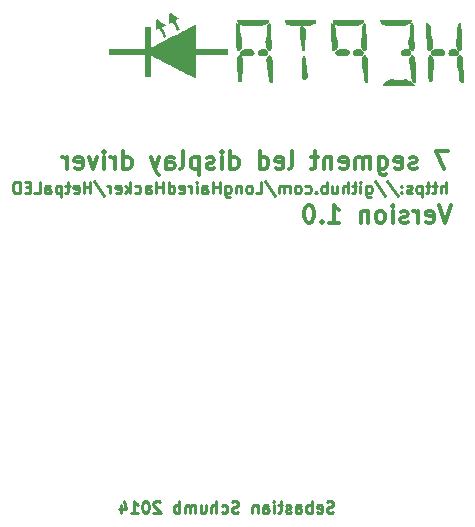
<source format=gbo>
G04 (created by PCBNEW (2013-may-18)-stable) date Sun 16 Feb 2014 09:25:13 PM CET*
%MOIN*%
G04 Gerber Fmt 3.4, Leading zero omitted, Abs format*
%FSLAX34Y34*%
G01*
G70*
G90*
G04 APERTURE LIST*
%ADD10C,0.00590551*%
%ADD11C,0.011811*%
%ADD12C,0.00984252*%
%ADD13C,0.0001*%
%ADD14C,0.137795*%
%ADD15C,0.12*%
%ADD16R,0.06X0.06*%
%ADD17C,0.06*%
%ADD18C,0.1437*%
%ADD19R,0.0591X0.0591*%
%ADD20C,0.0591*%
%ADD21C,0.0984252*%
G04 APERTURE END LIST*
G54D10*
G54D11*
X56474Y-24148D02*
X56277Y-24739D01*
X56080Y-24148D01*
X55659Y-24710D02*
X55715Y-24739D01*
X55827Y-24739D01*
X55884Y-24710D01*
X55912Y-24654D01*
X55912Y-24429D01*
X55884Y-24373D01*
X55827Y-24345D01*
X55715Y-24345D01*
X55659Y-24373D01*
X55631Y-24429D01*
X55631Y-24485D01*
X55912Y-24542D01*
X55377Y-24739D02*
X55377Y-24345D01*
X55377Y-24457D02*
X55349Y-24401D01*
X55321Y-24373D01*
X55265Y-24345D01*
X55209Y-24345D01*
X55040Y-24710D02*
X54984Y-24739D01*
X54871Y-24739D01*
X54815Y-24710D01*
X54787Y-24654D01*
X54787Y-24626D01*
X54815Y-24570D01*
X54871Y-24542D01*
X54956Y-24542D01*
X55012Y-24514D01*
X55040Y-24457D01*
X55040Y-24429D01*
X55012Y-24373D01*
X54956Y-24345D01*
X54871Y-24345D01*
X54815Y-24373D01*
X54534Y-24739D02*
X54534Y-24345D01*
X54534Y-24148D02*
X54562Y-24176D01*
X54534Y-24204D01*
X54506Y-24176D01*
X54534Y-24148D01*
X54534Y-24204D01*
X54168Y-24739D02*
X54224Y-24710D01*
X54253Y-24682D01*
X54281Y-24626D01*
X54281Y-24457D01*
X54253Y-24401D01*
X54224Y-24373D01*
X54168Y-24345D01*
X54084Y-24345D01*
X54028Y-24373D01*
X54000Y-24401D01*
X53971Y-24457D01*
X53971Y-24626D01*
X54000Y-24682D01*
X54028Y-24710D01*
X54084Y-24739D01*
X54168Y-24739D01*
X53718Y-24345D02*
X53718Y-24739D01*
X53718Y-24401D02*
X53690Y-24373D01*
X53634Y-24345D01*
X53550Y-24345D01*
X53493Y-24373D01*
X53465Y-24429D01*
X53465Y-24739D01*
X52425Y-24739D02*
X52762Y-24739D01*
X52593Y-24739D02*
X52593Y-24148D01*
X52650Y-24232D01*
X52706Y-24289D01*
X52762Y-24317D01*
X52172Y-24682D02*
X52143Y-24710D01*
X52172Y-24739D01*
X52200Y-24710D01*
X52172Y-24682D01*
X52172Y-24739D01*
X51778Y-24148D02*
X51722Y-24148D01*
X51665Y-24176D01*
X51637Y-24204D01*
X51609Y-24260D01*
X51581Y-24373D01*
X51581Y-24514D01*
X51609Y-24626D01*
X51637Y-24682D01*
X51665Y-24710D01*
X51722Y-24739D01*
X51778Y-24739D01*
X51834Y-24710D01*
X51862Y-24682D01*
X51890Y-24626D01*
X51919Y-24514D01*
X51919Y-24373D01*
X51890Y-24260D01*
X51862Y-24204D01*
X51834Y-24176D01*
X51778Y-24148D01*
G54D12*
X52562Y-34390D02*
X52505Y-34409D01*
X52412Y-34409D01*
X52374Y-34390D01*
X52355Y-34371D01*
X52337Y-34334D01*
X52337Y-34296D01*
X52355Y-34259D01*
X52374Y-34240D01*
X52412Y-34221D01*
X52487Y-34203D01*
X52524Y-34184D01*
X52543Y-34165D01*
X52562Y-34128D01*
X52562Y-34090D01*
X52543Y-34053D01*
X52524Y-34034D01*
X52487Y-34015D01*
X52393Y-34015D01*
X52337Y-34034D01*
X52018Y-34390D02*
X52055Y-34409D01*
X52130Y-34409D01*
X52168Y-34390D01*
X52187Y-34353D01*
X52187Y-34203D01*
X52168Y-34165D01*
X52130Y-34146D01*
X52055Y-34146D01*
X52018Y-34165D01*
X51999Y-34203D01*
X51999Y-34240D01*
X52187Y-34278D01*
X51830Y-34409D02*
X51830Y-34015D01*
X51830Y-34165D02*
X51793Y-34146D01*
X51718Y-34146D01*
X51680Y-34165D01*
X51662Y-34184D01*
X51643Y-34221D01*
X51643Y-34334D01*
X51662Y-34371D01*
X51680Y-34390D01*
X51718Y-34409D01*
X51793Y-34409D01*
X51830Y-34390D01*
X51305Y-34409D02*
X51305Y-34203D01*
X51324Y-34165D01*
X51362Y-34146D01*
X51437Y-34146D01*
X51474Y-34165D01*
X51305Y-34390D02*
X51343Y-34409D01*
X51437Y-34409D01*
X51474Y-34390D01*
X51493Y-34353D01*
X51493Y-34315D01*
X51474Y-34278D01*
X51437Y-34259D01*
X51343Y-34259D01*
X51305Y-34240D01*
X51137Y-34390D02*
X51099Y-34409D01*
X51024Y-34409D01*
X50987Y-34390D01*
X50968Y-34353D01*
X50968Y-34334D01*
X50987Y-34296D01*
X51024Y-34278D01*
X51080Y-34278D01*
X51118Y-34259D01*
X51137Y-34221D01*
X51137Y-34203D01*
X51118Y-34165D01*
X51080Y-34146D01*
X51024Y-34146D01*
X50987Y-34165D01*
X50856Y-34146D02*
X50706Y-34146D01*
X50799Y-34015D02*
X50799Y-34353D01*
X50781Y-34390D01*
X50743Y-34409D01*
X50706Y-34409D01*
X50574Y-34409D02*
X50574Y-34146D01*
X50574Y-34015D02*
X50593Y-34034D01*
X50574Y-34053D01*
X50556Y-34034D01*
X50574Y-34015D01*
X50574Y-34053D01*
X50218Y-34409D02*
X50218Y-34203D01*
X50237Y-34165D01*
X50274Y-34146D01*
X50349Y-34146D01*
X50387Y-34165D01*
X50218Y-34390D02*
X50256Y-34409D01*
X50349Y-34409D01*
X50387Y-34390D01*
X50406Y-34353D01*
X50406Y-34315D01*
X50387Y-34278D01*
X50349Y-34259D01*
X50256Y-34259D01*
X50218Y-34240D01*
X50031Y-34146D02*
X50031Y-34409D01*
X50031Y-34184D02*
X50012Y-34165D01*
X49974Y-34146D01*
X49918Y-34146D01*
X49881Y-34165D01*
X49862Y-34203D01*
X49862Y-34409D01*
X49393Y-34390D02*
X49337Y-34409D01*
X49243Y-34409D01*
X49206Y-34390D01*
X49187Y-34371D01*
X49168Y-34334D01*
X49168Y-34296D01*
X49187Y-34259D01*
X49206Y-34240D01*
X49243Y-34221D01*
X49318Y-34203D01*
X49356Y-34184D01*
X49374Y-34165D01*
X49393Y-34128D01*
X49393Y-34090D01*
X49374Y-34053D01*
X49356Y-34034D01*
X49318Y-34015D01*
X49224Y-34015D01*
X49168Y-34034D01*
X48831Y-34390D02*
X48868Y-34409D01*
X48943Y-34409D01*
X48981Y-34390D01*
X49000Y-34371D01*
X49018Y-34334D01*
X49018Y-34221D01*
X49000Y-34184D01*
X48981Y-34165D01*
X48943Y-34146D01*
X48868Y-34146D01*
X48831Y-34165D01*
X48662Y-34409D02*
X48662Y-34015D01*
X48493Y-34409D02*
X48493Y-34203D01*
X48512Y-34165D01*
X48550Y-34146D01*
X48606Y-34146D01*
X48643Y-34165D01*
X48662Y-34184D01*
X48137Y-34146D02*
X48137Y-34409D01*
X48306Y-34146D02*
X48306Y-34353D01*
X48287Y-34390D01*
X48250Y-34409D01*
X48193Y-34409D01*
X48156Y-34390D01*
X48137Y-34371D01*
X47950Y-34409D02*
X47950Y-34146D01*
X47950Y-34184D02*
X47931Y-34165D01*
X47893Y-34146D01*
X47837Y-34146D01*
X47800Y-34165D01*
X47781Y-34203D01*
X47781Y-34409D01*
X47781Y-34203D02*
X47762Y-34165D01*
X47725Y-34146D01*
X47668Y-34146D01*
X47631Y-34165D01*
X47612Y-34203D01*
X47612Y-34409D01*
X47425Y-34409D02*
X47425Y-34015D01*
X47425Y-34165D02*
X47387Y-34146D01*
X47312Y-34146D01*
X47275Y-34165D01*
X47256Y-34184D01*
X47237Y-34221D01*
X47237Y-34334D01*
X47256Y-34371D01*
X47275Y-34390D01*
X47312Y-34409D01*
X47387Y-34409D01*
X47425Y-34390D01*
X46787Y-34053D02*
X46769Y-34034D01*
X46731Y-34015D01*
X46637Y-34015D01*
X46600Y-34034D01*
X46581Y-34053D01*
X46562Y-34090D01*
X46562Y-34128D01*
X46581Y-34184D01*
X46806Y-34409D01*
X46562Y-34409D01*
X46319Y-34015D02*
X46281Y-34015D01*
X46244Y-34034D01*
X46225Y-34053D01*
X46206Y-34090D01*
X46187Y-34165D01*
X46187Y-34259D01*
X46206Y-34334D01*
X46225Y-34371D01*
X46244Y-34390D01*
X46281Y-34409D01*
X46319Y-34409D01*
X46356Y-34390D01*
X46375Y-34371D01*
X46394Y-34334D01*
X46412Y-34259D01*
X46412Y-34165D01*
X46394Y-34090D01*
X46375Y-34053D01*
X46356Y-34034D01*
X46319Y-34015D01*
X45812Y-34409D02*
X46037Y-34409D01*
X45925Y-34409D02*
X45925Y-34015D01*
X45962Y-34071D01*
X46000Y-34109D01*
X46037Y-34128D01*
X45475Y-34146D02*
X45475Y-34409D01*
X45569Y-33996D02*
X45662Y-34278D01*
X45419Y-34278D01*
X56308Y-23759D02*
X56308Y-23365D01*
X56139Y-23759D02*
X56139Y-23553D01*
X56158Y-23515D01*
X56195Y-23496D01*
X56252Y-23496D01*
X56289Y-23515D01*
X56308Y-23534D01*
X56008Y-23496D02*
X55858Y-23496D01*
X55952Y-23365D02*
X55952Y-23703D01*
X55933Y-23740D01*
X55896Y-23759D01*
X55858Y-23759D01*
X55783Y-23496D02*
X55633Y-23496D01*
X55727Y-23365D02*
X55727Y-23703D01*
X55708Y-23740D01*
X55671Y-23759D01*
X55633Y-23759D01*
X55502Y-23496D02*
X55502Y-23890D01*
X55502Y-23515D02*
X55464Y-23496D01*
X55389Y-23496D01*
X55352Y-23515D01*
X55333Y-23534D01*
X55314Y-23571D01*
X55314Y-23684D01*
X55333Y-23721D01*
X55352Y-23740D01*
X55389Y-23759D01*
X55464Y-23759D01*
X55502Y-23740D01*
X55164Y-23740D02*
X55127Y-23759D01*
X55052Y-23759D01*
X55014Y-23740D01*
X54996Y-23703D01*
X54996Y-23684D01*
X55014Y-23646D01*
X55052Y-23628D01*
X55108Y-23628D01*
X55146Y-23609D01*
X55164Y-23571D01*
X55164Y-23553D01*
X55146Y-23515D01*
X55108Y-23496D01*
X55052Y-23496D01*
X55014Y-23515D01*
X54827Y-23721D02*
X54808Y-23740D01*
X54827Y-23759D01*
X54846Y-23740D01*
X54827Y-23721D01*
X54827Y-23759D01*
X54827Y-23515D02*
X54808Y-23534D01*
X54827Y-23553D01*
X54846Y-23534D01*
X54827Y-23515D01*
X54827Y-23553D01*
X54358Y-23346D02*
X54696Y-23853D01*
X53946Y-23346D02*
X54283Y-23853D01*
X53646Y-23496D02*
X53646Y-23815D01*
X53665Y-23853D01*
X53683Y-23871D01*
X53721Y-23890D01*
X53777Y-23890D01*
X53815Y-23871D01*
X53646Y-23740D02*
X53683Y-23759D01*
X53758Y-23759D01*
X53796Y-23740D01*
X53815Y-23721D01*
X53833Y-23684D01*
X53833Y-23571D01*
X53815Y-23534D01*
X53796Y-23515D01*
X53758Y-23496D01*
X53683Y-23496D01*
X53646Y-23515D01*
X53458Y-23759D02*
X53458Y-23496D01*
X53458Y-23365D02*
X53477Y-23384D01*
X53458Y-23403D01*
X53440Y-23384D01*
X53458Y-23365D01*
X53458Y-23403D01*
X53327Y-23496D02*
X53177Y-23496D01*
X53271Y-23365D02*
X53271Y-23703D01*
X53252Y-23740D01*
X53215Y-23759D01*
X53177Y-23759D01*
X53046Y-23759D02*
X53046Y-23365D01*
X52877Y-23759D02*
X52877Y-23553D01*
X52896Y-23515D01*
X52933Y-23496D01*
X52990Y-23496D01*
X53027Y-23515D01*
X53046Y-23534D01*
X52521Y-23496D02*
X52521Y-23759D01*
X52690Y-23496D02*
X52690Y-23703D01*
X52671Y-23740D01*
X52633Y-23759D01*
X52577Y-23759D01*
X52540Y-23740D01*
X52521Y-23721D01*
X52333Y-23759D02*
X52333Y-23365D01*
X52333Y-23515D02*
X52296Y-23496D01*
X52221Y-23496D01*
X52183Y-23515D01*
X52165Y-23534D01*
X52146Y-23571D01*
X52146Y-23684D01*
X52165Y-23721D01*
X52183Y-23740D01*
X52221Y-23759D01*
X52296Y-23759D01*
X52333Y-23740D01*
X51977Y-23721D02*
X51959Y-23740D01*
X51977Y-23759D01*
X51996Y-23740D01*
X51977Y-23721D01*
X51977Y-23759D01*
X51621Y-23740D02*
X51659Y-23759D01*
X51734Y-23759D01*
X51771Y-23740D01*
X51790Y-23721D01*
X51809Y-23684D01*
X51809Y-23571D01*
X51790Y-23534D01*
X51771Y-23515D01*
X51734Y-23496D01*
X51659Y-23496D01*
X51621Y-23515D01*
X51396Y-23759D02*
X51434Y-23740D01*
X51452Y-23721D01*
X51471Y-23684D01*
X51471Y-23571D01*
X51452Y-23534D01*
X51434Y-23515D01*
X51396Y-23496D01*
X51340Y-23496D01*
X51302Y-23515D01*
X51284Y-23534D01*
X51265Y-23571D01*
X51265Y-23684D01*
X51284Y-23721D01*
X51302Y-23740D01*
X51340Y-23759D01*
X51396Y-23759D01*
X51096Y-23759D02*
X51096Y-23496D01*
X51096Y-23534D02*
X51077Y-23515D01*
X51040Y-23496D01*
X50984Y-23496D01*
X50946Y-23515D01*
X50927Y-23553D01*
X50927Y-23759D01*
X50927Y-23553D02*
X50909Y-23515D01*
X50871Y-23496D01*
X50815Y-23496D01*
X50777Y-23515D01*
X50759Y-23553D01*
X50759Y-23759D01*
X50290Y-23346D02*
X50627Y-23853D01*
X49971Y-23759D02*
X50159Y-23759D01*
X50159Y-23365D01*
X49784Y-23759D02*
X49821Y-23740D01*
X49840Y-23721D01*
X49859Y-23684D01*
X49859Y-23571D01*
X49840Y-23534D01*
X49821Y-23515D01*
X49784Y-23496D01*
X49728Y-23496D01*
X49690Y-23515D01*
X49671Y-23534D01*
X49653Y-23571D01*
X49653Y-23684D01*
X49671Y-23721D01*
X49690Y-23740D01*
X49728Y-23759D01*
X49784Y-23759D01*
X49484Y-23496D02*
X49484Y-23759D01*
X49484Y-23534D02*
X49465Y-23515D01*
X49428Y-23496D01*
X49371Y-23496D01*
X49334Y-23515D01*
X49315Y-23553D01*
X49315Y-23759D01*
X48959Y-23496D02*
X48959Y-23815D01*
X48978Y-23853D01*
X48996Y-23871D01*
X49034Y-23890D01*
X49090Y-23890D01*
X49128Y-23871D01*
X48959Y-23740D02*
X48996Y-23759D01*
X49071Y-23759D01*
X49109Y-23740D01*
X49128Y-23721D01*
X49146Y-23684D01*
X49146Y-23571D01*
X49128Y-23534D01*
X49109Y-23515D01*
X49071Y-23496D01*
X48996Y-23496D01*
X48959Y-23515D01*
X48771Y-23759D02*
X48771Y-23365D01*
X48771Y-23553D02*
X48546Y-23553D01*
X48546Y-23759D02*
X48546Y-23365D01*
X48190Y-23759D02*
X48190Y-23553D01*
X48209Y-23515D01*
X48246Y-23496D01*
X48321Y-23496D01*
X48359Y-23515D01*
X48190Y-23740D02*
X48228Y-23759D01*
X48321Y-23759D01*
X48359Y-23740D01*
X48378Y-23703D01*
X48378Y-23665D01*
X48359Y-23628D01*
X48321Y-23609D01*
X48228Y-23609D01*
X48190Y-23590D01*
X48003Y-23759D02*
X48003Y-23496D01*
X48003Y-23365D02*
X48022Y-23384D01*
X48003Y-23403D01*
X47984Y-23384D01*
X48003Y-23365D01*
X48003Y-23403D01*
X47815Y-23759D02*
X47815Y-23496D01*
X47815Y-23571D02*
X47797Y-23534D01*
X47778Y-23515D01*
X47740Y-23496D01*
X47703Y-23496D01*
X47422Y-23740D02*
X47459Y-23759D01*
X47534Y-23759D01*
X47572Y-23740D01*
X47590Y-23703D01*
X47590Y-23553D01*
X47572Y-23515D01*
X47534Y-23496D01*
X47459Y-23496D01*
X47422Y-23515D01*
X47403Y-23553D01*
X47403Y-23590D01*
X47590Y-23628D01*
X47065Y-23759D02*
X47065Y-23365D01*
X47065Y-23740D02*
X47103Y-23759D01*
X47178Y-23759D01*
X47215Y-23740D01*
X47234Y-23721D01*
X47253Y-23684D01*
X47253Y-23571D01*
X47234Y-23534D01*
X47215Y-23515D01*
X47178Y-23496D01*
X47103Y-23496D01*
X47065Y-23515D01*
X46878Y-23759D02*
X46878Y-23365D01*
X46878Y-23553D02*
X46653Y-23553D01*
X46653Y-23759D02*
X46653Y-23365D01*
X46297Y-23759D02*
X46297Y-23553D01*
X46315Y-23515D01*
X46353Y-23496D01*
X46428Y-23496D01*
X46465Y-23515D01*
X46297Y-23740D02*
X46334Y-23759D01*
X46428Y-23759D01*
X46465Y-23740D01*
X46484Y-23703D01*
X46484Y-23665D01*
X46465Y-23628D01*
X46428Y-23609D01*
X46334Y-23609D01*
X46297Y-23590D01*
X45941Y-23740D02*
X45978Y-23759D01*
X46053Y-23759D01*
X46091Y-23740D01*
X46109Y-23721D01*
X46128Y-23684D01*
X46128Y-23571D01*
X46109Y-23534D01*
X46091Y-23515D01*
X46053Y-23496D01*
X45978Y-23496D01*
X45941Y-23515D01*
X45772Y-23759D02*
X45772Y-23365D01*
X45734Y-23609D02*
X45622Y-23759D01*
X45622Y-23496D02*
X45772Y-23646D01*
X45303Y-23740D02*
X45341Y-23759D01*
X45416Y-23759D01*
X45453Y-23740D01*
X45472Y-23703D01*
X45472Y-23553D01*
X45453Y-23515D01*
X45416Y-23496D01*
X45341Y-23496D01*
X45303Y-23515D01*
X45284Y-23553D01*
X45284Y-23590D01*
X45472Y-23628D01*
X45116Y-23759D02*
X45116Y-23496D01*
X45116Y-23571D02*
X45097Y-23534D01*
X45078Y-23515D01*
X45041Y-23496D01*
X45003Y-23496D01*
X44591Y-23346D02*
X44928Y-23853D01*
X44459Y-23759D02*
X44459Y-23365D01*
X44459Y-23553D02*
X44234Y-23553D01*
X44234Y-23759D02*
X44234Y-23365D01*
X43897Y-23740D02*
X43935Y-23759D01*
X44010Y-23759D01*
X44047Y-23740D01*
X44066Y-23703D01*
X44066Y-23553D01*
X44047Y-23515D01*
X44010Y-23496D01*
X43935Y-23496D01*
X43897Y-23515D01*
X43878Y-23553D01*
X43878Y-23590D01*
X44066Y-23628D01*
X43766Y-23496D02*
X43616Y-23496D01*
X43710Y-23365D02*
X43710Y-23703D01*
X43691Y-23740D01*
X43653Y-23759D01*
X43616Y-23759D01*
X43485Y-23496D02*
X43485Y-23890D01*
X43485Y-23515D02*
X43447Y-23496D01*
X43372Y-23496D01*
X43335Y-23515D01*
X43316Y-23534D01*
X43297Y-23571D01*
X43297Y-23684D01*
X43316Y-23721D01*
X43335Y-23740D01*
X43372Y-23759D01*
X43447Y-23759D01*
X43485Y-23740D01*
X42960Y-23759D02*
X42960Y-23553D01*
X42978Y-23515D01*
X43016Y-23496D01*
X43091Y-23496D01*
X43128Y-23515D01*
X42960Y-23740D02*
X42997Y-23759D01*
X43091Y-23759D01*
X43128Y-23740D01*
X43147Y-23703D01*
X43147Y-23665D01*
X43128Y-23628D01*
X43091Y-23609D01*
X42997Y-23609D01*
X42960Y-23590D01*
X42585Y-23759D02*
X42772Y-23759D01*
X42772Y-23365D01*
X42453Y-23553D02*
X42322Y-23553D01*
X42266Y-23759D02*
X42453Y-23759D01*
X42453Y-23365D01*
X42266Y-23365D01*
X42097Y-23759D02*
X42097Y-23365D01*
X42004Y-23365D01*
X41947Y-23384D01*
X41910Y-23421D01*
X41891Y-23459D01*
X41872Y-23534D01*
X41872Y-23590D01*
X41891Y-23665D01*
X41910Y-23703D01*
X41947Y-23740D01*
X42004Y-23759D01*
X42097Y-23759D01*
G54D11*
X56375Y-22348D02*
X55982Y-22348D01*
X56235Y-22939D01*
X55335Y-22910D02*
X55279Y-22939D01*
X55166Y-22939D01*
X55110Y-22910D01*
X55082Y-22854D01*
X55082Y-22826D01*
X55110Y-22770D01*
X55166Y-22742D01*
X55250Y-22742D01*
X55307Y-22714D01*
X55335Y-22657D01*
X55335Y-22629D01*
X55307Y-22573D01*
X55250Y-22545D01*
X55166Y-22545D01*
X55110Y-22573D01*
X54604Y-22910D02*
X54660Y-22939D01*
X54772Y-22939D01*
X54829Y-22910D01*
X54857Y-22854D01*
X54857Y-22629D01*
X54829Y-22573D01*
X54772Y-22545D01*
X54660Y-22545D01*
X54604Y-22573D01*
X54575Y-22629D01*
X54575Y-22685D01*
X54857Y-22742D01*
X54069Y-22545D02*
X54069Y-23023D01*
X54097Y-23079D01*
X54126Y-23107D01*
X54182Y-23135D01*
X54266Y-23135D01*
X54322Y-23107D01*
X54069Y-22910D02*
X54126Y-22939D01*
X54238Y-22939D01*
X54294Y-22910D01*
X54322Y-22882D01*
X54351Y-22826D01*
X54351Y-22657D01*
X54322Y-22601D01*
X54294Y-22573D01*
X54238Y-22545D01*
X54126Y-22545D01*
X54069Y-22573D01*
X53788Y-22939D02*
X53788Y-22545D01*
X53788Y-22601D02*
X53760Y-22573D01*
X53704Y-22545D01*
X53619Y-22545D01*
X53563Y-22573D01*
X53535Y-22629D01*
X53535Y-22939D01*
X53535Y-22629D02*
X53507Y-22573D01*
X53451Y-22545D01*
X53366Y-22545D01*
X53310Y-22573D01*
X53282Y-22629D01*
X53282Y-22939D01*
X52776Y-22910D02*
X52832Y-22939D01*
X52944Y-22939D01*
X53001Y-22910D01*
X53029Y-22854D01*
X53029Y-22629D01*
X53001Y-22573D01*
X52944Y-22545D01*
X52832Y-22545D01*
X52776Y-22573D01*
X52748Y-22629D01*
X52748Y-22685D01*
X53029Y-22742D01*
X52494Y-22545D02*
X52494Y-22939D01*
X52494Y-22601D02*
X52466Y-22573D01*
X52410Y-22545D01*
X52326Y-22545D01*
X52270Y-22573D01*
X52241Y-22629D01*
X52241Y-22939D01*
X52045Y-22545D02*
X51820Y-22545D01*
X51960Y-22348D02*
X51960Y-22854D01*
X51932Y-22910D01*
X51876Y-22939D01*
X51820Y-22939D01*
X51088Y-22939D02*
X51145Y-22910D01*
X51173Y-22854D01*
X51173Y-22348D01*
X50638Y-22910D02*
X50695Y-22939D01*
X50807Y-22939D01*
X50863Y-22910D01*
X50892Y-22854D01*
X50892Y-22629D01*
X50863Y-22573D01*
X50807Y-22545D01*
X50695Y-22545D01*
X50638Y-22573D01*
X50610Y-22629D01*
X50610Y-22685D01*
X50892Y-22742D01*
X50104Y-22939D02*
X50104Y-22348D01*
X50104Y-22910D02*
X50160Y-22939D01*
X50273Y-22939D01*
X50329Y-22910D01*
X50357Y-22882D01*
X50385Y-22826D01*
X50385Y-22657D01*
X50357Y-22601D01*
X50329Y-22573D01*
X50273Y-22545D01*
X50160Y-22545D01*
X50104Y-22573D01*
X49120Y-22939D02*
X49120Y-22348D01*
X49120Y-22910D02*
X49176Y-22939D01*
X49289Y-22939D01*
X49345Y-22910D01*
X49373Y-22882D01*
X49401Y-22826D01*
X49401Y-22657D01*
X49373Y-22601D01*
X49345Y-22573D01*
X49289Y-22545D01*
X49176Y-22545D01*
X49120Y-22573D01*
X48839Y-22939D02*
X48839Y-22545D01*
X48839Y-22348D02*
X48867Y-22376D01*
X48839Y-22404D01*
X48811Y-22376D01*
X48839Y-22348D01*
X48839Y-22404D01*
X48586Y-22910D02*
X48529Y-22939D01*
X48417Y-22939D01*
X48361Y-22910D01*
X48333Y-22854D01*
X48333Y-22826D01*
X48361Y-22770D01*
X48417Y-22742D01*
X48501Y-22742D01*
X48557Y-22714D01*
X48586Y-22657D01*
X48586Y-22629D01*
X48557Y-22573D01*
X48501Y-22545D01*
X48417Y-22545D01*
X48361Y-22573D01*
X48079Y-22545D02*
X48079Y-23135D01*
X48079Y-22573D02*
X48023Y-22545D01*
X47911Y-22545D01*
X47854Y-22573D01*
X47826Y-22601D01*
X47798Y-22657D01*
X47798Y-22826D01*
X47826Y-22882D01*
X47854Y-22910D01*
X47911Y-22939D01*
X48023Y-22939D01*
X48079Y-22910D01*
X47461Y-22939D02*
X47517Y-22910D01*
X47545Y-22854D01*
X47545Y-22348D01*
X46983Y-22939D02*
X46983Y-22629D01*
X47011Y-22573D01*
X47067Y-22545D01*
X47180Y-22545D01*
X47236Y-22573D01*
X46983Y-22910D02*
X47039Y-22939D01*
X47180Y-22939D01*
X47236Y-22910D01*
X47264Y-22854D01*
X47264Y-22798D01*
X47236Y-22742D01*
X47180Y-22714D01*
X47039Y-22714D01*
X46983Y-22685D01*
X46758Y-22545D02*
X46617Y-22939D01*
X46476Y-22545D02*
X46617Y-22939D01*
X46673Y-23079D01*
X46701Y-23107D01*
X46758Y-23135D01*
X45548Y-22939D02*
X45548Y-22348D01*
X45548Y-22910D02*
X45605Y-22939D01*
X45717Y-22939D01*
X45773Y-22910D01*
X45802Y-22882D01*
X45830Y-22826D01*
X45830Y-22657D01*
X45802Y-22601D01*
X45773Y-22573D01*
X45717Y-22545D01*
X45605Y-22545D01*
X45548Y-22573D01*
X45267Y-22939D02*
X45267Y-22545D01*
X45267Y-22657D02*
X45239Y-22601D01*
X45211Y-22573D01*
X45155Y-22545D01*
X45099Y-22545D01*
X44902Y-22939D02*
X44902Y-22545D01*
X44902Y-22348D02*
X44930Y-22376D01*
X44902Y-22404D01*
X44874Y-22376D01*
X44902Y-22348D01*
X44902Y-22404D01*
X44677Y-22545D02*
X44536Y-22939D01*
X44396Y-22545D01*
X43946Y-22910D02*
X44002Y-22939D01*
X44114Y-22939D01*
X44171Y-22910D01*
X44199Y-22854D01*
X44199Y-22629D01*
X44171Y-22573D01*
X44114Y-22545D01*
X44002Y-22545D01*
X43946Y-22573D01*
X43917Y-22629D01*
X43917Y-22685D01*
X44199Y-22742D01*
X43664Y-22939D02*
X43664Y-22545D01*
X43664Y-22657D02*
X43636Y-22601D01*
X43608Y-22573D01*
X43552Y-22545D01*
X43496Y-22545D01*
G54D13*
G36*
X54201Y-20143D02*
X54202Y-20149D01*
X54206Y-20153D01*
X54213Y-20157D01*
X54227Y-20160D01*
X54249Y-20162D01*
X54281Y-20164D01*
X54325Y-20165D01*
X54383Y-20166D01*
X54456Y-20167D01*
X54548Y-20168D01*
X54659Y-20169D01*
X54737Y-20169D01*
X54864Y-20170D01*
X54970Y-20170D01*
X55056Y-20170D01*
X55126Y-20169D01*
X55179Y-20168D01*
X55219Y-20167D01*
X55247Y-20165D01*
X55264Y-20162D01*
X55273Y-20159D01*
X55276Y-20156D01*
X55273Y-20135D01*
X55255Y-20107D01*
X55227Y-20077D01*
X55193Y-20050D01*
X55159Y-20031D01*
X55130Y-20023D01*
X55129Y-20023D01*
X55110Y-20017D01*
X55080Y-20001D01*
X55059Y-19988D01*
X55028Y-19968D01*
X55002Y-19958D01*
X54971Y-19956D01*
X54937Y-19958D01*
X54889Y-19964D01*
X54840Y-19973D01*
X54815Y-19980D01*
X54780Y-19990D01*
X54755Y-19992D01*
X54727Y-19984D01*
X54718Y-19980D01*
X54681Y-19970D01*
X54628Y-19963D01*
X54562Y-19958D01*
X54551Y-19958D01*
X54497Y-19956D01*
X54458Y-19956D01*
X54429Y-19960D01*
X54403Y-19969D01*
X54372Y-19983D01*
X54349Y-19995D01*
X54294Y-20027D01*
X54250Y-20062D01*
X54218Y-20098D01*
X54202Y-20130D01*
X54201Y-20143D01*
X54201Y-20143D01*
X54201Y-20143D01*
G37*
G36*
X56678Y-19305D02*
X56678Y-19356D01*
X56680Y-19414D01*
X56680Y-19417D01*
X56684Y-19486D01*
X56689Y-19537D01*
X56696Y-19576D01*
X56706Y-19608D01*
X56710Y-19617D01*
X56723Y-19654D01*
X56732Y-19700D01*
X56738Y-19761D01*
X56741Y-19799D01*
X56745Y-19870D01*
X56749Y-19923D01*
X56754Y-19962D01*
X56762Y-19989D01*
X56773Y-20011D01*
X56788Y-20031D01*
X56802Y-20046D01*
X56836Y-20078D01*
X56863Y-20090D01*
X56884Y-20085D01*
X56895Y-20074D01*
X56899Y-20065D01*
X56902Y-20049D01*
X56904Y-20022D01*
X56904Y-19982D01*
X56904Y-19929D01*
X56902Y-19859D01*
X56899Y-19770D01*
X56896Y-19677D01*
X56893Y-19584D01*
X56889Y-19497D01*
X56885Y-19419D01*
X56882Y-19352D01*
X56879Y-19300D01*
X56877Y-19266D01*
X56876Y-19255D01*
X56863Y-19215D01*
X56837Y-19179D01*
X56807Y-19153D01*
X56776Y-19144D01*
X56749Y-19153D01*
X56719Y-19178D01*
X56694Y-19212D01*
X56682Y-19243D01*
X56679Y-19265D01*
X56678Y-19305D01*
X56678Y-19305D01*
X56678Y-19305D01*
G37*
G36*
X55090Y-19356D02*
X55092Y-19414D01*
X55092Y-19417D01*
X55096Y-19486D01*
X55101Y-19536D01*
X55108Y-19575D01*
X55118Y-19607D01*
X55123Y-19618D01*
X55136Y-19655D01*
X55145Y-19699D01*
X55151Y-19756D01*
X55153Y-19800D01*
X55157Y-19871D01*
X55161Y-19924D01*
X55166Y-19962D01*
X55174Y-19990D01*
X55185Y-20012D01*
X55201Y-20032D01*
X55214Y-20046D01*
X55248Y-20078D01*
X55274Y-20090D01*
X55296Y-20085D01*
X55307Y-20074D01*
X55311Y-20065D01*
X55314Y-20049D01*
X55315Y-20022D01*
X55316Y-19982D01*
X55316Y-19929D01*
X55314Y-19859D01*
X55311Y-19770D01*
X55308Y-19677D01*
X55304Y-19584D01*
X55301Y-19497D01*
X55298Y-19419D01*
X55294Y-19352D01*
X55291Y-19300D01*
X55289Y-19266D01*
X55288Y-19255D01*
X55275Y-19215D01*
X55250Y-19179D01*
X55219Y-19153D01*
X55189Y-19144D01*
X55161Y-19153D01*
X55131Y-19178D01*
X55106Y-19212D01*
X55094Y-19243D01*
X55091Y-19265D01*
X55090Y-19305D01*
X55090Y-19356D01*
X55090Y-19356D01*
X55090Y-19356D01*
G37*
G36*
X53502Y-19305D02*
X53502Y-19356D01*
X53504Y-19414D01*
X53504Y-19417D01*
X53508Y-19486D01*
X53513Y-19536D01*
X53520Y-19575D01*
X53530Y-19607D01*
X53535Y-19618D01*
X53548Y-19655D01*
X53557Y-19699D01*
X53563Y-19756D01*
X53565Y-19800D01*
X53569Y-19871D01*
X53573Y-19924D01*
X53578Y-19962D01*
X53586Y-19990D01*
X53597Y-20012D01*
X53613Y-20032D01*
X53626Y-20046D01*
X53660Y-20078D01*
X53686Y-20090D01*
X53708Y-20085D01*
X53719Y-20074D01*
X53723Y-20065D01*
X53726Y-20049D01*
X53728Y-20022D01*
X53728Y-19982D01*
X53728Y-19929D01*
X53726Y-19859D01*
X53723Y-19770D01*
X53720Y-19677D01*
X53717Y-19584D01*
X53713Y-19497D01*
X53709Y-19419D01*
X53706Y-19352D01*
X53704Y-19300D01*
X53701Y-19266D01*
X53700Y-19255D01*
X53686Y-19215D01*
X53662Y-19179D01*
X53631Y-19153D01*
X53601Y-19144D01*
X53573Y-19153D01*
X53543Y-19178D01*
X53519Y-19212D01*
X53506Y-19243D01*
X53503Y-19265D01*
X53502Y-19305D01*
X53502Y-19305D01*
X53502Y-19305D01*
G37*
G36*
X50327Y-19305D02*
X50328Y-19357D01*
X50329Y-19415D01*
X50330Y-19419D01*
X50334Y-19488D01*
X50339Y-19539D01*
X50346Y-19578D01*
X50357Y-19610D01*
X50361Y-19620D01*
X50372Y-19652D01*
X50381Y-19689D01*
X50387Y-19738D01*
X50391Y-19803D01*
X50392Y-19818D01*
X50397Y-19896D01*
X50406Y-19955D01*
X50418Y-20000D01*
X50437Y-20034D01*
X50463Y-20061D01*
X50471Y-20068D01*
X50502Y-20088D01*
X50525Y-20089D01*
X50544Y-20074D01*
X50548Y-20065D01*
X50551Y-20049D01*
X50553Y-20022D01*
X50553Y-19982D01*
X50553Y-19929D01*
X50551Y-19859D01*
X50548Y-19770D01*
X50545Y-19677D01*
X50542Y-19584D01*
X50538Y-19497D01*
X50535Y-19419D01*
X50531Y-19352D01*
X50529Y-19300D01*
X50526Y-19266D01*
X50525Y-19255D01*
X50512Y-19215D01*
X50487Y-19179D01*
X50456Y-19153D01*
X50426Y-19144D01*
X50398Y-19153D01*
X50368Y-19178D01*
X50343Y-19212D01*
X50330Y-19243D01*
X50328Y-19266D01*
X50327Y-19305D01*
X50327Y-19305D01*
X50327Y-19305D01*
G37*
G36*
X55702Y-19350D02*
X55703Y-19419D01*
X55705Y-19497D01*
X55708Y-19580D01*
X55711Y-19665D01*
X55715Y-19749D01*
X55720Y-19828D01*
X55725Y-19900D01*
X55729Y-19960D01*
X55734Y-20006D01*
X55739Y-20035D01*
X55742Y-20042D01*
X55767Y-20056D01*
X55798Y-20053D01*
X55827Y-20033D01*
X55829Y-20032D01*
X55849Y-20006D01*
X55863Y-19980D01*
X55872Y-19948D01*
X55876Y-19904D01*
X55878Y-19845D01*
X55878Y-19827D01*
X55880Y-19750D01*
X55886Y-19686D01*
X55895Y-19642D01*
X55903Y-19600D01*
X55909Y-19543D01*
X55911Y-19477D01*
X55911Y-19409D01*
X55909Y-19346D01*
X55903Y-19294D01*
X55899Y-19275D01*
X55881Y-19231D01*
X55850Y-19189D01*
X55815Y-19159D01*
X55790Y-19148D01*
X55758Y-19150D01*
X55730Y-19174D01*
X55710Y-19218D01*
X55707Y-19227D01*
X55704Y-19251D01*
X55703Y-19293D01*
X55702Y-19350D01*
X55702Y-19350D01*
X55702Y-19350D01*
G37*
G36*
X49352Y-19344D02*
X49353Y-19412D01*
X49354Y-19489D01*
X49357Y-19572D01*
X49361Y-19657D01*
X49365Y-19741D01*
X49369Y-19821D01*
X49374Y-19893D01*
X49378Y-19955D01*
X49384Y-20002D01*
X49388Y-20033D01*
X49391Y-20042D01*
X49416Y-20056D01*
X49447Y-20053D01*
X49476Y-20034D01*
X49478Y-20032D01*
X49499Y-20006D01*
X49513Y-19980D01*
X49521Y-19947D01*
X49525Y-19903D01*
X49527Y-19843D01*
X49527Y-19829D01*
X49530Y-19740D01*
X49538Y-19669D01*
X49545Y-19638D01*
X49554Y-19603D01*
X49558Y-19561D01*
X49560Y-19509D01*
X49560Y-19441D01*
X49559Y-19418D01*
X49557Y-19354D01*
X49555Y-19308D01*
X49551Y-19276D01*
X49545Y-19253D01*
X49536Y-19235D01*
X49527Y-19221D01*
X49496Y-19185D01*
X49461Y-19158D01*
X49428Y-19144D01*
X49421Y-19144D01*
X49397Y-19154D01*
X49374Y-19184D01*
X49356Y-19225D01*
X49353Y-19247D01*
X49352Y-19288D01*
X49352Y-19344D01*
X49352Y-19344D01*
X49352Y-19344D01*
G37*
G36*
X51503Y-19745D02*
X51504Y-19806D01*
X51508Y-19853D01*
X51514Y-19888D01*
X51522Y-19914D01*
X51534Y-19934D01*
X51550Y-19950D01*
X51556Y-19955D01*
X51585Y-19973D01*
X51609Y-19975D01*
X51636Y-19959D01*
X51658Y-19939D01*
X51696Y-19900D01*
X51696Y-19784D01*
X51692Y-19696D01*
X51682Y-19608D01*
X51675Y-19569D01*
X51664Y-19511D01*
X51655Y-19442D01*
X51648Y-19374D01*
X51646Y-19350D01*
X51638Y-19271D01*
X51626Y-19214D01*
X51608Y-19178D01*
X51585Y-19162D01*
X51576Y-19161D01*
X51560Y-19167D01*
X51546Y-19188D01*
X51532Y-19224D01*
X51525Y-19248D01*
X51520Y-19276D01*
X51515Y-19312D01*
X51512Y-19359D01*
X51509Y-19420D01*
X51507Y-19498D01*
X51505Y-19567D01*
X51503Y-19666D01*
X51503Y-19745D01*
X51503Y-19745D01*
X51503Y-19745D01*
G37*
G36*
X45094Y-19132D02*
X45688Y-19132D01*
X46282Y-19132D01*
X46282Y-19504D01*
X46282Y-19875D01*
X46380Y-19875D01*
X46477Y-19875D01*
X46477Y-19521D01*
X46477Y-19433D01*
X46477Y-19354D01*
X46478Y-19285D01*
X46478Y-19229D01*
X46479Y-19190D01*
X46480Y-19169D01*
X46480Y-19166D01*
X46491Y-19172D01*
X46520Y-19186D01*
X46566Y-19210D01*
X46628Y-19241D01*
X46704Y-19280D01*
X46792Y-19324D01*
X46891Y-19375D01*
X46998Y-19430D01*
X47114Y-19489D01*
X47220Y-19543D01*
X47341Y-19605D01*
X47456Y-19664D01*
X47563Y-19718D01*
X47662Y-19768D01*
X47749Y-19812D01*
X47825Y-19850D01*
X47886Y-19881D01*
X47932Y-19903D01*
X47961Y-19916D01*
X47970Y-19920D01*
X47974Y-19916D01*
X47978Y-19900D01*
X47980Y-19872D01*
X47982Y-19830D01*
X47983Y-19771D01*
X47984Y-19694D01*
X47985Y-19598D01*
X47985Y-19526D01*
X47985Y-19132D01*
X48522Y-19132D01*
X49058Y-19132D01*
X49058Y-19035D01*
X49058Y-18939D01*
X48522Y-18939D01*
X47985Y-18939D01*
X47985Y-18539D01*
X47984Y-18446D01*
X47984Y-18361D01*
X47982Y-18286D01*
X47981Y-18224D01*
X47980Y-18177D01*
X47978Y-18148D01*
X47976Y-18140D01*
X47965Y-18144D01*
X47935Y-18159D01*
X47888Y-18183D01*
X47825Y-18214D01*
X47748Y-18253D01*
X47660Y-18298D01*
X47561Y-18348D01*
X47452Y-18404D01*
X47336Y-18463D01*
X47225Y-18520D01*
X46482Y-18900D01*
X46477Y-18551D01*
X46471Y-18202D01*
X46376Y-18199D01*
X46282Y-18195D01*
X46282Y-18567D01*
X46282Y-18939D01*
X45688Y-18939D01*
X45094Y-18939D01*
X45094Y-19035D01*
X45094Y-19132D01*
X45094Y-19132D01*
X45094Y-19132D01*
G37*
G36*
X56387Y-19077D02*
X56397Y-19116D01*
X56416Y-19148D01*
X56442Y-19171D01*
X56481Y-19183D01*
X56536Y-19189D01*
X56569Y-19189D01*
X56617Y-19189D01*
X56649Y-19187D01*
X56670Y-19180D01*
X56688Y-19169D01*
X56707Y-19151D01*
X56738Y-19108D01*
X56746Y-19064D01*
X56731Y-19019D01*
X56723Y-19006D01*
X56688Y-18975D01*
X56639Y-18956D01*
X56572Y-18951D01*
X56538Y-18952D01*
X56492Y-18957D01*
X56462Y-18965D01*
X56439Y-18978D01*
X56427Y-18989D01*
X56396Y-19031D01*
X56387Y-19077D01*
X56387Y-19077D01*
X56387Y-19077D01*
G37*
G36*
X55802Y-19075D02*
X55812Y-19119D01*
X55844Y-19160D01*
X55845Y-19161D01*
X55860Y-19172D01*
X55874Y-19180D01*
X55894Y-19185D01*
X55921Y-19188D01*
X55963Y-19189D01*
X56021Y-19189D01*
X56043Y-19189D01*
X56107Y-19189D01*
X56153Y-19188D01*
X56184Y-19186D01*
X56204Y-19182D01*
X56219Y-19175D01*
X56232Y-19165D01*
X56236Y-19161D01*
X56271Y-19118D01*
X56283Y-19073D01*
X56272Y-19028D01*
X56241Y-18988D01*
X56227Y-18975D01*
X56214Y-18966D01*
X56197Y-18960D01*
X56172Y-18957D01*
X56134Y-18956D01*
X56080Y-18955D01*
X56050Y-18955D01*
X55976Y-18956D01*
X55921Y-18959D01*
X55881Y-18966D01*
X55853Y-18977D01*
X55834Y-18994D01*
X55818Y-19018D01*
X55814Y-19026D01*
X55802Y-19075D01*
X55802Y-19075D01*
X55802Y-19075D01*
G37*
G36*
X54799Y-19076D02*
X54812Y-19121D01*
X54845Y-19161D01*
X54862Y-19175D01*
X54881Y-19183D01*
X54906Y-19188D01*
X54945Y-19189D01*
X54978Y-19189D01*
X55027Y-19189D01*
X55059Y-19187D01*
X55081Y-19181D01*
X55098Y-19171D01*
X55117Y-19153D01*
X55119Y-19151D01*
X55150Y-19108D01*
X55158Y-19064D01*
X55143Y-19019D01*
X55135Y-19006D01*
X55101Y-18975D01*
X55051Y-18956D01*
X54984Y-18951D01*
X54950Y-18952D01*
X54904Y-18957D01*
X54874Y-18965D01*
X54851Y-18978D01*
X54838Y-18989D01*
X54808Y-19031D01*
X54799Y-19076D01*
X54799Y-19076D01*
X54799Y-19076D01*
G37*
G36*
X53211Y-19076D02*
X53224Y-19121D01*
X53257Y-19161D01*
X53274Y-19175D01*
X53292Y-19183D01*
X53318Y-19188D01*
X53357Y-19189D01*
X53390Y-19189D01*
X53439Y-19189D01*
X53471Y-19187D01*
X53493Y-19181D01*
X53510Y-19171D01*
X53529Y-19153D01*
X53531Y-19151D01*
X53562Y-19108D01*
X53570Y-19064D01*
X53555Y-19019D01*
X53547Y-19006D01*
X53512Y-18975D01*
X53463Y-18956D01*
X53397Y-18951D01*
X53362Y-18952D01*
X53316Y-18957D01*
X53286Y-18965D01*
X53263Y-18978D01*
X53251Y-18989D01*
X53219Y-19031D01*
X53211Y-19076D01*
X53211Y-19076D01*
X53211Y-19076D01*
G37*
G36*
X52626Y-19075D02*
X52636Y-19119D01*
X52668Y-19160D01*
X52669Y-19161D01*
X52684Y-19172D01*
X52698Y-19180D01*
X52718Y-19185D01*
X52746Y-19188D01*
X52786Y-19189D01*
X52845Y-19189D01*
X52867Y-19189D01*
X52931Y-19189D01*
X52977Y-19188D01*
X53008Y-19186D01*
X53029Y-19182D01*
X53044Y-19175D01*
X53056Y-19165D01*
X53060Y-19161D01*
X53095Y-19118D01*
X53107Y-19073D01*
X53096Y-19028D01*
X53065Y-18988D01*
X53051Y-18975D01*
X53038Y-18966D01*
X53021Y-18960D01*
X52996Y-18957D01*
X52958Y-18956D01*
X52904Y-18955D01*
X52874Y-18955D01*
X52800Y-18956D01*
X52745Y-18959D01*
X52705Y-18966D01*
X52677Y-18977D01*
X52658Y-18994D01*
X52642Y-19018D01*
X52639Y-19026D01*
X52626Y-19075D01*
X52626Y-19075D01*
X52626Y-19075D01*
G37*
G36*
X50036Y-19076D02*
X50049Y-19121D01*
X50082Y-19161D01*
X50099Y-19175D01*
X50118Y-19183D01*
X50143Y-19188D01*
X50182Y-19189D01*
X50215Y-19189D01*
X50264Y-19189D01*
X50296Y-19187D01*
X50318Y-19181D01*
X50335Y-19171D01*
X50354Y-19153D01*
X50356Y-19151D01*
X50387Y-19108D01*
X50395Y-19064D01*
X50380Y-19019D01*
X50372Y-19006D01*
X50338Y-18975D01*
X50288Y-18956D01*
X50221Y-18951D01*
X50187Y-18952D01*
X50141Y-18957D01*
X50111Y-18965D01*
X50088Y-18978D01*
X50075Y-18989D01*
X50045Y-19031D01*
X50036Y-19076D01*
X50036Y-19076D01*
X50036Y-19076D01*
G37*
G36*
X49451Y-19075D02*
X49461Y-19119D01*
X49493Y-19160D01*
X49494Y-19161D01*
X49509Y-19172D01*
X49523Y-19180D01*
X49543Y-19185D01*
X49571Y-19188D01*
X49612Y-19189D01*
X49670Y-19189D01*
X49692Y-19189D01*
X49756Y-19189D01*
X49802Y-19188D01*
X49833Y-19186D01*
X49854Y-19182D01*
X49868Y-19175D01*
X49881Y-19165D01*
X49885Y-19161D01*
X49920Y-19118D01*
X49932Y-19073D01*
X49922Y-19028D01*
X49890Y-18988D01*
X49876Y-18975D01*
X49863Y-18966D01*
X49846Y-18960D01*
X49820Y-18957D01*
X49783Y-18956D01*
X49729Y-18955D01*
X49699Y-18955D01*
X49625Y-18956D01*
X49570Y-18959D01*
X49530Y-18966D01*
X49502Y-18977D01*
X49483Y-18994D01*
X49467Y-19018D01*
X49464Y-19026D01*
X49451Y-19075D01*
X49451Y-19075D01*
X49451Y-19075D01*
G37*
G36*
X55648Y-18207D02*
X55650Y-18281D01*
X55653Y-18374D01*
X55658Y-18487D01*
X55662Y-18557D01*
X55667Y-18666D01*
X55672Y-18755D01*
X55676Y-18826D01*
X55679Y-18880D01*
X55683Y-18921D01*
X55686Y-18950D01*
X55690Y-18969D01*
X55695Y-18983D01*
X55700Y-18991D01*
X55706Y-18997D01*
X55707Y-18998D01*
X55738Y-19015D01*
X55768Y-19013D01*
X55803Y-18992D01*
X55813Y-18984D01*
X55839Y-18958D01*
X55857Y-18934D01*
X55869Y-18903D01*
X55875Y-18862D01*
X55876Y-18808D01*
X55875Y-18737D01*
X55872Y-18671D01*
X55869Y-18623D01*
X55862Y-18587D01*
X55854Y-18557D01*
X55844Y-18533D01*
X55832Y-18504D01*
X55824Y-18472D01*
X55818Y-18431D01*
X55813Y-18376D01*
X55810Y-18324D01*
X55803Y-18171D01*
X55749Y-18121D01*
X55723Y-18097D01*
X55701Y-18080D01*
X55684Y-18071D01*
X55670Y-18072D01*
X55660Y-18085D01*
X55653Y-18111D01*
X55649Y-18151D01*
X55648Y-18207D01*
X55648Y-18207D01*
X55648Y-18207D01*
G37*
G36*
X52473Y-18207D02*
X52474Y-18281D01*
X52477Y-18373D01*
X52482Y-18486D01*
X52486Y-18556D01*
X52491Y-18666D01*
X52496Y-18755D01*
X52500Y-18825D01*
X52503Y-18880D01*
X52507Y-18921D01*
X52511Y-18950D01*
X52514Y-18969D01*
X52519Y-18983D01*
X52524Y-18991D01*
X52530Y-18997D01*
X52531Y-18998D01*
X52562Y-19015D01*
X52592Y-19013D01*
X52627Y-18992D01*
X52637Y-18984D01*
X52663Y-18958D01*
X52681Y-18934D01*
X52693Y-18903D01*
X52699Y-18862D01*
X52701Y-18808D01*
X52699Y-18737D01*
X52696Y-18671D01*
X52693Y-18623D01*
X52687Y-18587D01*
X52678Y-18557D01*
X52668Y-18533D01*
X52657Y-18504D01*
X52648Y-18472D01*
X52642Y-18431D01*
X52637Y-18376D01*
X52634Y-18324D01*
X52627Y-18171D01*
X52574Y-18121D01*
X52547Y-18097D01*
X52526Y-18080D01*
X52508Y-18071D01*
X52494Y-18072D01*
X52484Y-18085D01*
X52477Y-18111D01*
X52474Y-18151D01*
X52473Y-18207D01*
X52473Y-18207D01*
X52473Y-18207D01*
G37*
G36*
X51442Y-18309D02*
X51442Y-18364D01*
X51445Y-18428D01*
X51449Y-18495D01*
X51454Y-18563D01*
X51461Y-18624D01*
X51468Y-18675D01*
X51473Y-18699D01*
X51483Y-18752D01*
X51491Y-18812D01*
X51496Y-18856D01*
X51504Y-18927D01*
X51517Y-18975D01*
X51535Y-19005D01*
X51558Y-19015D01*
X51580Y-19011D01*
X51594Y-18997D01*
X51611Y-18972D01*
X51612Y-18971D01*
X51619Y-18950D01*
X51624Y-18924D01*
X51625Y-18885D01*
X51623Y-18830D01*
X51622Y-18816D01*
X51619Y-18745D01*
X51621Y-18690D01*
X51628Y-18641D01*
X51633Y-18619D01*
X51642Y-18560D01*
X51648Y-18487D01*
X51650Y-18410D01*
X51647Y-18338D01*
X51640Y-18288D01*
X51620Y-18236D01*
X51594Y-18205D01*
X51553Y-18179D01*
X51514Y-18175D01*
X51479Y-18192D01*
X51452Y-18231D01*
X51447Y-18243D01*
X51443Y-18267D01*
X51442Y-18309D01*
X51442Y-18309D01*
X51442Y-18309D01*
G37*
G36*
X49298Y-18207D02*
X49299Y-18280D01*
X49302Y-18373D01*
X49307Y-18486D01*
X49311Y-18556D01*
X49316Y-18666D01*
X49321Y-18754D01*
X49325Y-18825D01*
X49328Y-18880D01*
X49332Y-18921D01*
X49335Y-18950D01*
X49339Y-18969D01*
X49344Y-18982D01*
X49349Y-18991D01*
X49355Y-18997D01*
X49356Y-18998D01*
X49387Y-19015D01*
X49417Y-19013D01*
X49452Y-18992D01*
X49462Y-18984D01*
X49488Y-18958D01*
X49506Y-18934D01*
X49518Y-18903D01*
X49524Y-18862D01*
X49526Y-18808D01*
X49524Y-18737D01*
X49522Y-18671D01*
X49518Y-18623D01*
X49512Y-18587D01*
X49503Y-18557D01*
X49493Y-18533D01*
X49482Y-18504D01*
X49473Y-18472D01*
X49467Y-18431D01*
X49462Y-18376D01*
X49459Y-18324D01*
X49452Y-18171D01*
X49399Y-18121D01*
X49373Y-18097D01*
X49351Y-18080D01*
X49333Y-18071D01*
X49319Y-18072D01*
X49309Y-18085D01*
X49303Y-18111D01*
X49299Y-18151D01*
X49298Y-18207D01*
X49298Y-18207D01*
X49298Y-18207D01*
G37*
G36*
X56644Y-18678D02*
X56645Y-18725D01*
X56646Y-18760D01*
X56653Y-18835D01*
X56664Y-18891D01*
X56681Y-18933D01*
X56705Y-18963D01*
X56727Y-18981D01*
X56758Y-19000D01*
X56780Y-19005D01*
X56802Y-18995D01*
X56818Y-18983D01*
X56841Y-18957D01*
X56854Y-18930D01*
X56855Y-18909D01*
X56855Y-18868D01*
X56854Y-18812D01*
X56852Y-18742D01*
X56849Y-18664D01*
X56846Y-18579D01*
X56842Y-18493D01*
X56837Y-18407D01*
X56833Y-18325D01*
X56828Y-18251D01*
X56824Y-18188D01*
X56820Y-18140D01*
X56816Y-18109D01*
X56815Y-18102D01*
X56801Y-18070D01*
X56784Y-18061D01*
X56761Y-18073D01*
X56749Y-18085D01*
X56725Y-18115D01*
X56707Y-18144D01*
X56696Y-18179D01*
X56690Y-18222D01*
X56687Y-18280D01*
X56687Y-18348D01*
X56688Y-18415D01*
X56687Y-18464D01*
X56684Y-18502D01*
X56678Y-18533D01*
X56669Y-18564D01*
X56665Y-18574D01*
X56653Y-18609D01*
X56646Y-18642D01*
X56644Y-18678D01*
X56644Y-18678D01*
X56644Y-18678D01*
G37*
G36*
X55056Y-18678D02*
X55057Y-18725D01*
X55058Y-18760D01*
X55065Y-18835D01*
X55076Y-18891D01*
X55093Y-18933D01*
X55117Y-18963D01*
X55140Y-18981D01*
X55170Y-19000D01*
X55192Y-19005D01*
X55214Y-18995D01*
X55230Y-18983D01*
X55253Y-18957D01*
X55266Y-18930D01*
X55267Y-18909D01*
X55267Y-18868D01*
X55266Y-18812D01*
X55264Y-18742D01*
X55261Y-18664D01*
X55258Y-18579D01*
X55254Y-18493D01*
X55250Y-18407D01*
X55245Y-18325D01*
X55240Y-18251D01*
X55236Y-18188D01*
X55231Y-18140D01*
X55228Y-18109D01*
X55226Y-18102D01*
X55213Y-18070D01*
X55195Y-18061D01*
X55173Y-18073D01*
X55161Y-18085D01*
X55137Y-18115D01*
X55119Y-18144D01*
X55108Y-18179D01*
X55102Y-18222D01*
X55099Y-18280D01*
X55100Y-18348D01*
X55100Y-18415D01*
X55099Y-18464D01*
X55096Y-18502D01*
X55090Y-18533D01*
X55081Y-18564D01*
X55077Y-18574D01*
X55065Y-18609D01*
X55058Y-18642D01*
X55056Y-18678D01*
X55056Y-18678D01*
X55056Y-18678D01*
G37*
G36*
X53468Y-18678D02*
X53468Y-18725D01*
X53471Y-18760D01*
X53477Y-18835D01*
X53488Y-18891D01*
X53505Y-18933D01*
X53530Y-18963D01*
X53552Y-18981D01*
X53583Y-19000D01*
X53605Y-19005D01*
X53626Y-18995D01*
X53642Y-18983D01*
X53665Y-18957D01*
X53678Y-18930D01*
X53679Y-18909D01*
X53679Y-18868D01*
X53678Y-18812D01*
X53676Y-18742D01*
X53673Y-18664D01*
X53670Y-18579D01*
X53666Y-18493D01*
X53661Y-18407D01*
X53657Y-18325D01*
X53653Y-18251D01*
X53648Y-18188D01*
X53644Y-18140D01*
X53640Y-18109D01*
X53638Y-18102D01*
X53625Y-18070D01*
X53608Y-18061D01*
X53585Y-18073D01*
X53573Y-18085D01*
X53549Y-18115D01*
X53532Y-18144D01*
X53520Y-18179D01*
X53514Y-18222D01*
X53511Y-18280D01*
X53512Y-18348D01*
X53512Y-18415D01*
X53511Y-18464D01*
X53508Y-18502D01*
X53502Y-18533D01*
X53492Y-18564D01*
X53489Y-18574D01*
X53477Y-18609D01*
X53471Y-18642D01*
X53468Y-18678D01*
X53468Y-18678D01*
X53468Y-18678D01*
G37*
G36*
X50293Y-18678D02*
X50294Y-18725D01*
X50296Y-18760D01*
X50302Y-18835D01*
X50313Y-18891D01*
X50330Y-18933D01*
X50354Y-18963D01*
X50377Y-18981D01*
X50408Y-19000D01*
X50430Y-19005D01*
X50451Y-18995D01*
X50467Y-18983D01*
X50490Y-18957D01*
X50503Y-18930D01*
X50504Y-18909D01*
X50505Y-18869D01*
X50504Y-18812D01*
X50501Y-18743D01*
X50499Y-18664D01*
X50495Y-18580D01*
X50491Y-18493D01*
X50487Y-18407D01*
X50482Y-18325D01*
X50478Y-18251D01*
X50473Y-18189D01*
X50469Y-18140D01*
X50465Y-18109D01*
X50463Y-18102D01*
X50450Y-18070D01*
X50433Y-18061D01*
X50410Y-18073D01*
X50398Y-18085D01*
X50374Y-18115D01*
X50357Y-18144D01*
X50345Y-18179D01*
X50339Y-18222D01*
X50336Y-18280D01*
X50337Y-18348D01*
X50337Y-18415D01*
X50336Y-18464D01*
X50333Y-18502D01*
X50327Y-18533D01*
X50318Y-18564D01*
X50314Y-18574D01*
X50302Y-18609D01*
X50296Y-18642D01*
X50293Y-18678D01*
X50293Y-18678D01*
X50293Y-18678D01*
G37*
G36*
X46648Y-18323D02*
X46706Y-18293D01*
X46738Y-18278D01*
X46761Y-18268D01*
X46767Y-18267D01*
X46773Y-18278D01*
X46787Y-18306D01*
X46807Y-18347D01*
X46831Y-18397D01*
X46840Y-18417D01*
X46865Y-18469D01*
X46888Y-18512D01*
X46906Y-18544D01*
X46917Y-18560D01*
X46919Y-18561D01*
X46934Y-18555D01*
X46958Y-18541D01*
X46959Y-18541D01*
X46981Y-18526D01*
X46991Y-18515D01*
X46991Y-18515D01*
X46986Y-18503D01*
X46973Y-18474D01*
X46954Y-18432D01*
X46931Y-18381D01*
X46922Y-18363D01*
X46897Y-18311D01*
X46877Y-18266D01*
X46862Y-18234D01*
X46854Y-18216D01*
X46854Y-18215D01*
X46863Y-18209D01*
X46887Y-18196D01*
X46911Y-18185D01*
X46942Y-18169D01*
X46963Y-18157D01*
X46968Y-18152D01*
X46958Y-18143D01*
X46933Y-18125D01*
X46896Y-18099D01*
X46848Y-18067D01*
X46816Y-18045D01*
X46665Y-17945D01*
X46657Y-18040D01*
X46654Y-18101D01*
X46651Y-18170D01*
X46649Y-18228D01*
X46648Y-18323D01*
X46648Y-18323D01*
X46648Y-18323D01*
G37*
G36*
X47086Y-18021D02*
X47087Y-18061D01*
X47088Y-18087D01*
X47090Y-18094D01*
X47104Y-18088D01*
X47130Y-18074D01*
X47145Y-18065D01*
X47173Y-18049D01*
X47193Y-18039D01*
X47197Y-18037D01*
X47204Y-18046D01*
X47219Y-18073D01*
X47240Y-18113D01*
X47265Y-18163D01*
X47276Y-18185D01*
X47302Y-18238D01*
X47325Y-18282D01*
X47343Y-18314D01*
X47353Y-18332D01*
X47355Y-18333D01*
X47369Y-18328D01*
X47393Y-18316D01*
X47396Y-18314D01*
X47420Y-18301D01*
X47433Y-18294D01*
X47434Y-18293D01*
X47430Y-18283D01*
X47418Y-18255D01*
X47399Y-18215D01*
X47376Y-18166D01*
X47368Y-18151D01*
X47343Y-18098D01*
X47322Y-18053D01*
X47307Y-18019D01*
X47299Y-17999D01*
X47299Y-17997D01*
X47309Y-17985D01*
X47333Y-17969D01*
X47350Y-17959D01*
X47380Y-17943D01*
X47399Y-17929D01*
X47402Y-17924D01*
X47393Y-17915D01*
X47369Y-17897D01*
X47334Y-17872D01*
X47292Y-17842D01*
X47246Y-17810D01*
X47200Y-17780D01*
X47159Y-17753D01*
X47126Y-17732D01*
X47105Y-17720D01*
X47100Y-17719D01*
X47097Y-17732D01*
X47094Y-17763D01*
X47092Y-17807D01*
X47090Y-17859D01*
X47088Y-17915D01*
X47087Y-17971D01*
X47086Y-18021D01*
X47086Y-18021D01*
X47086Y-18021D01*
G37*
G36*
X54119Y-18015D02*
X54130Y-18050D01*
X54149Y-18081D01*
X54173Y-18112D01*
X54192Y-18129D01*
X54214Y-18138D01*
X54244Y-18144D01*
X54276Y-18153D01*
X54299Y-18166D01*
X54301Y-18168D01*
X54319Y-18176D01*
X54356Y-18182D01*
X54404Y-18186D01*
X54459Y-18187D01*
X54517Y-18185D01*
X54571Y-18181D01*
X54616Y-18175D01*
X54647Y-18167D01*
X54650Y-18166D01*
X54680Y-18154D01*
X54703Y-18153D01*
X54727Y-18162D01*
X54756Y-18170D01*
X54800Y-18177D01*
X54849Y-18181D01*
X54855Y-18182D01*
X54904Y-18183D01*
X54937Y-18181D01*
X54961Y-18174D01*
X54985Y-18161D01*
X54986Y-18160D01*
X55026Y-18138D01*
X55067Y-18118D01*
X55072Y-18117D01*
X55109Y-18095D01*
X55140Y-18064D01*
X55162Y-18029D01*
X55167Y-17997D01*
X55166Y-17991D01*
X55162Y-17987D01*
X55155Y-17983D01*
X55141Y-17980D01*
X55119Y-17978D01*
X55087Y-17976D01*
X55042Y-17974D01*
X54983Y-17973D01*
X54908Y-17972D01*
X54815Y-17971D01*
X54701Y-17971D01*
X54667Y-17971D01*
X54561Y-17970D01*
X54463Y-17970D01*
X54373Y-17970D01*
X54294Y-17970D01*
X54230Y-17971D01*
X54181Y-17972D01*
X54152Y-17973D01*
X54144Y-17974D01*
X54123Y-17988D01*
X54119Y-18015D01*
X54119Y-18015D01*
X54119Y-18015D01*
G37*
G36*
X52530Y-18011D02*
X52538Y-18042D01*
X52556Y-18074D01*
X52582Y-18104D01*
X52614Y-18129D01*
X52650Y-18143D01*
X52654Y-18143D01*
X52687Y-18152D01*
X52710Y-18165D01*
X52713Y-18168D01*
X52732Y-18176D01*
X52768Y-18182D01*
X52816Y-18186D01*
X52871Y-18187D01*
X52929Y-18185D01*
X52983Y-18181D01*
X53028Y-18175D01*
X53059Y-18167D01*
X53062Y-18166D01*
X53091Y-18154D01*
X53115Y-18153D01*
X53139Y-18162D01*
X53169Y-18170D01*
X53212Y-18177D01*
X53261Y-18181D01*
X53267Y-18182D01*
X53316Y-18183D01*
X53349Y-18181D01*
X53374Y-18174D01*
X53397Y-18161D01*
X53399Y-18160D01*
X53437Y-18138D01*
X53479Y-18118D01*
X53484Y-18117D01*
X53521Y-18095D01*
X53552Y-18064D01*
X53573Y-18029D01*
X53579Y-17997D01*
X53578Y-17991D01*
X53574Y-17987D01*
X53567Y-17983D01*
X53553Y-17980D01*
X53531Y-17978D01*
X53498Y-17976D01*
X53454Y-17974D01*
X53395Y-17973D01*
X53320Y-17972D01*
X53227Y-17971D01*
X53113Y-17971D01*
X53079Y-17971D01*
X52974Y-17970D01*
X52875Y-17970D01*
X52785Y-17970D01*
X52706Y-17970D01*
X52642Y-17971D01*
X52593Y-17972D01*
X52564Y-17973D01*
X52556Y-17974D01*
X52536Y-17987D01*
X52530Y-18011D01*
X52530Y-18011D01*
X52530Y-18011D01*
G37*
G36*
X50943Y-18011D02*
X50951Y-18042D01*
X50969Y-18074D01*
X50995Y-18104D01*
X51026Y-18129D01*
X51062Y-18143D01*
X51066Y-18143D01*
X51099Y-18152D01*
X51122Y-18165D01*
X51125Y-18168D01*
X51144Y-18176D01*
X51180Y-18182D01*
X51228Y-18186D01*
X51284Y-18187D01*
X51341Y-18185D01*
X51395Y-18181D01*
X51440Y-18175D01*
X51471Y-18167D01*
X51474Y-18166D01*
X51504Y-18154D01*
X51527Y-18153D01*
X51551Y-18162D01*
X51580Y-18170D01*
X51624Y-18177D01*
X51673Y-18181D01*
X51679Y-18182D01*
X51728Y-18183D01*
X51761Y-18181D01*
X51786Y-18174D01*
X51809Y-18161D01*
X51811Y-18160D01*
X51849Y-18138D01*
X51891Y-18118D01*
X51896Y-18117D01*
X51933Y-18095D01*
X51964Y-18064D01*
X51986Y-18029D01*
X51991Y-17997D01*
X51990Y-17991D01*
X51986Y-17987D01*
X51979Y-17983D01*
X51965Y-17980D01*
X51943Y-17978D01*
X51910Y-17976D01*
X51866Y-17974D01*
X51807Y-17973D01*
X51732Y-17972D01*
X51639Y-17971D01*
X51525Y-17971D01*
X51491Y-17971D01*
X51385Y-17970D01*
X51287Y-17970D01*
X51197Y-17970D01*
X51118Y-17970D01*
X51054Y-17971D01*
X51005Y-17972D01*
X50977Y-17973D01*
X50969Y-17974D01*
X50948Y-17987D01*
X50943Y-18011D01*
X50943Y-18011D01*
X50943Y-18011D01*
G37*
G36*
X49355Y-18011D02*
X49363Y-18042D01*
X49381Y-18074D01*
X49407Y-18104D01*
X49439Y-18129D01*
X49475Y-18143D01*
X49479Y-18143D01*
X49512Y-18152D01*
X49535Y-18165D01*
X49538Y-18168D01*
X49557Y-18176D01*
X49593Y-18182D01*
X49641Y-18186D01*
X49696Y-18187D01*
X49754Y-18185D01*
X49808Y-18181D01*
X49853Y-18175D01*
X49885Y-18167D01*
X49887Y-18166D01*
X49917Y-18154D01*
X49940Y-18153D01*
X49964Y-18162D01*
X49994Y-18170D01*
X50037Y-18177D01*
X50086Y-18181D01*
X50092Y-18182D01*
X50141Y-18183D01*
X50174Y-18181D01*
X50199Y-18174D01*
X50222Y-18161D01*
X50224Y-18160D01*
X50263Y-18138D01*
X50304Y-18118D01*
X50309Y-18117D01*
X50346Y-18095D01*
X50377Y-18064D01*
X50399Y-18029D01*
X50404Y-17997D01*
X50403Y-17991D01*
X50399Y-17987D01*
X50392Y-17983D01*
X50378Y-17980D01*
X50356Y-17978D01*
X50324Y-17976D01*
X50279Y-17974D01*
X50220Y-17973D01*
X50145Y-17972D01*
X50052Y-17971D01*
X49938Y-17971D01*
X49904Y-17971D01*
X49799Y-17970D01*
X49700Y-17970D01*
X49610Y-17970D01*
X49531Y-17970D01*
X49467Y-17971D01*
X49418Y-17972D01*
X49389Y-17973D01*
X49381Y-17974D01*
X49361Y-17987D01*
X49355Y-18011D01*
X49355Y-18011D01*
X49355Y-18011D01*
G37*
%LPC*%
G54D14*
X40150Y-14400D03*
X40150Y-34100D03*
X57850Y-34100D03*
X57850Y-14400D03*
G54D15*
X53300Y-15050D03*
X44700Y-15050D03*
G54D16*
X47000Y-15750D03*
G54D17*
X47000Y-14750D03*
X48000Y-15750D03*
X48000Y-14750D03*
X49000Y-15750D03*
X49000Y-14750D03*
X50000Y-15750D03*
X50000Y-14750D03*
X51000Y-15750D03*
X51000Y-14750D03*
G54D18*
X47250Y-32500D03*
X42750Y-32500D03*
G54D19*
X43250Y-30000D03*
G54D20*
X43750Y-29000D03*
X44250Y-30000D03*
X44750Y-29000D03*
X45250Y-30000D03*
X45750Y-29000D03*
X46250Y-30000D03*
X46750Y-29000D03*
G54D21*
X41950Y-31299D03*
X48050Y-31299D03*
G54D18*
X55250Y-32500D03*
X50750Y-32500D03*
G54D19*
X51250Y-30000D03*
G54D20*
X51750Y-29000D03*
X52250Y-30000D03*
X52750Y-29000D03*
X53250Y-30000D03*
X53750Y-29000D03*
X54250Y-30000D03*
X54750Y-29000D03*
G54D21*
X49950Y-31299D03*
X56050Y-31299D03*
M02*

</source>
